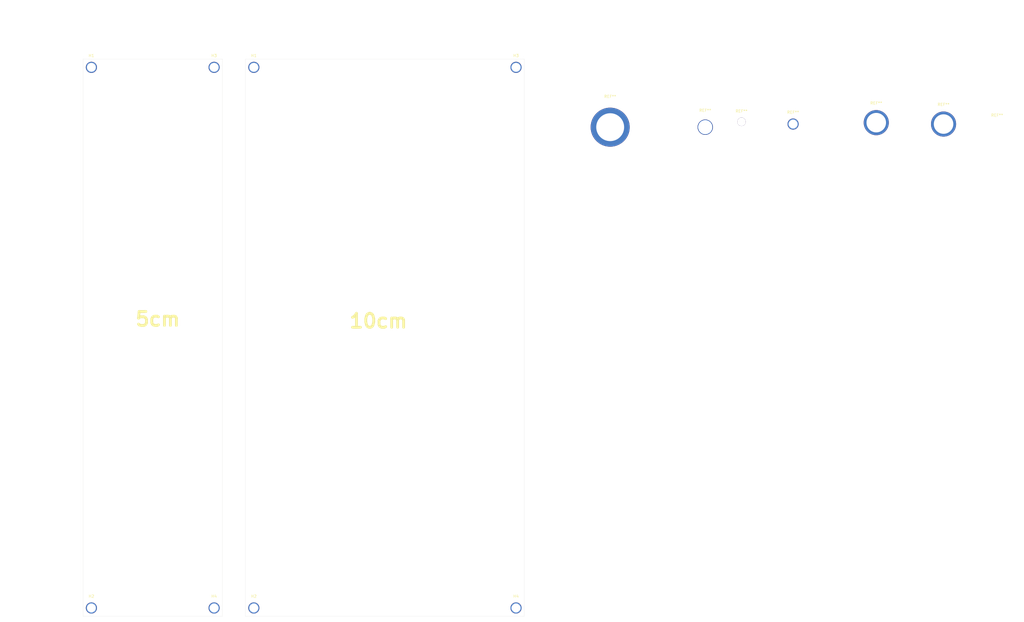
<source format=kicad_pcb>
(kicad_pcb (version 20171130) (host pcbnew "(5.1.5)-3")

  (general
    (thickness 1.6)
    (drawings 13)
    (tracks 0)
    (zones 0)
    (modules 15)
    (nets 2)
  )

  (page A3)
  (title_block
    (title "Kosmo Faceplate Template")
    (rev 1)
    (company CTORP)
  )

  (layers
    (0 F.Cu signal)
    (31 B.Cu signal)
    (32 B.Adhes user)
    (33 F.Adhes user)
    (34 B.Paste user)
    (35 F.Paste user)
    (36 B.SilkS user)
    (37 F.SilkS user)
    (38 B.Mask user)
    (39 F.Mask user)
    (40 Dwgs.User user)
    (41 Cmts.User user)
    (42 Eco1.User user)
    (43 Eco2.User user)
    (44 Edge.Cuts user)
    (45 Margin user)
    (46 B.CrtYd user)
    (47 F.CrtYd user)
    (48 B.Fab user)
    (49 F.Fab user)
  )

  (setup
    (last_trace_width 0.25)
    (trace_clearance 0.2)
    (zone_clearance 0.508)
    (zone_45_only no)
    (trace_min 0.2)
    (via_size 0.8)
    (via_drill 0.4)
    (via_min_size 0.4)
    (via_min_drill 0.3)
    (uvia_size 0.3)
    (uvia_drill 0.1)
    (uvias_allowed no)
    (uvia_min_size 0.2)
    (uvia_min_drill 0.1)
    (edge_width 0.05)
    (segment_width 0.2)
    (pcb_text_width 0.3)
    (pcb_text_size 1.5 1.5)
    (mod_edge_width 0.12)
    (mod_text_size 1 1)
    (mod_text_width 0.15)
    (pad_size 4 4)
    (pad_drill 3.2)
    (pad_to_mask_clearance 0.051)
    (solder_mask_min_width 0.25)
    (aux_axis_origin 0 0)
    (visible_elements FFFFFF7F)
    (pcbplotparams
      (layerselection 0x010fc_ffffffff)
      (usegerberextensions false)
      (usegerberattributes false)
      (usegerberadvancedattributes false)
      (creategerberjobfile false)
      (excludeedgelayer true)
      (linewidth 0.100000)
      (plotframeref false)
      (viasonmask false)
      (mode 1)
      (useauxorigin false)
      (hpglpennumber 1)
      (hpglpenspeed 20)
      (hpglpendiameter 15.000000)
      (psnegative false)
      (psa4output false)
      (plotreference true)
      (plotvalue true)
      (plotinvisibletext false)
      (padsonsilk false)
      (subtractmaskfromsilk false)
      (outputformat 1)
      (mirror false)
      (drillshape 1)
      (scaleselection 1)
      (outputdirectory ""))
  )

  (net 0 "")
  (net 1 GND)

  (net_class Default "This is the default net class."
    (clearance 0.2)
    (trace_width 0.25)
    (via_dia 0.8)
    (via_drill 0.4)
    (uvia_dia 0.3)
    (uvia_drill 0.1)
    (add_net GND)
  )

  (module kosmo:Kosmo_Trimmer_Pot_Hole (layer F.Cu) (tedit 5EC12334) (tstamp 5ED6EDC6)
    (at 377.7488 73.7108)
    (descr "Mounting Hole 2.5mm, no annular")
    (tags "mounting hole 2.5mm no annular")
    (attr virtual)
    (fp_text reference REF** (at 0 -3.5) (layer F.SilkS)
      (effects (font (size 1 1) (thickness 0.15)))
    )
    (fp_text value Kosmo_Trimmer_Pot_Hole (at 0 3.5) (layer F.Fab)
      (effects (font (size 1 1) (thickness 0.15)))
    )
    (fp_circle (center 0 0) (end 2.25 0) (layer F.CrtYd) (width 0.05))
    (fp_circle (center 0 0) (end 2 0) (layer Cmts.User) (width 0.15))
    (fp_text user %R (at 0.3 0) (layer F.Fab)
      (effects (font (size 1 1) (thickness 0.15)))
    )
    (pad "" np_thru_hole circle (at 0 0) (size 2.5 2.5) (drill 2.5) (layers *.Cu *.Mask))
  )

  (module kosmo:Kosmo_Switch_Hole (layer F.Cu) (tedit 5EC0A7AC) (tstamp 5ED6ED7F)
    (at 358.5464 73.3552)
    (descr "Mounting Hole 6mm")
    (tags "mounting hole 6mm")
    (attr virtual)
    (fp_text reference REF** (at 0 -7) (layer F.SilkS)
      (effects (font (size 1 1) (thickness 0.15)))
    )
    (fp_text value Kosmo_Switch_Hole (at 0 7) (layer F.Fab)
      (effects (font (size 1 1) (thickness 0.15)))
    )
    (fp_circle (center 0 0) (end 6.25 0) (layer F.CrtYd) (width 0.05))
    (fp_circle (center 0 0) (end 6 0) (layer Cmts.User) (width 0.15))
    (fp_text user %R (at 0.3 0) (layer F.Fab)
      (effects (font (size 1 1) (thickness 0.15)))
    )
    (pad 1 thru_hole circle (at 0 0) (size 9 9) (drill 7) (layers *.Cu *.Mask))
  )

  (module kosmo:Kosmo_Pot_Hole (layer F.Cu) (tedit 5EC0A7AC) (tstamp 5ED6ED38)
    (at 334.4164 72.8472)
    (descr "Mounting Hole 6mm")
    (tags "mounting hole 6mm")
    (attr virtual)
    (fp_text reference REF** (at 0 -7) (layer F.SilkS)
      (effects (font (size 1 1) (thickness 0.15)))
    )
    (fp_text value Kosmo_Pot_Hole (at 0 7) (layer F.Fab)
      (effects (font (size 1 1) (thickness 0.15)))
    )
    (fp_circle (center 0 0) (end 6.25 0) (layer F.CrtYd) (width 0.05))
    (fp_circle (center 0 0) (end 6 0) (layer Cmts.User) (width 0.15))
    (fp_text user %R (at 0.3 0) (layer F.Fab)
      (effects (font (size 1 1) (thickness 0.15)))
    )
    (pad 1 thru_hole circle (at 0 0) (size 9 9) (drill 7) (layers *.Cu *.Mask))
  )

  (module kosmo:Kosmo_Panel_Mounting_Hole (layer F.Cu) (tedit 5EC1234B) (tstamp 5ED6ECF1)
    (at 304.5968 73.3552)
    (descr "Mounting Hole 3.2mm, M3")
    (tags "mounting hole 3.2mm m3")
    (attr virtual)
    (fp_text reference REF** (at 0 -4.2) (layer F.SilkS)
      (effects (font (size 1 1) (thickness 0.15)))
    )
    (fp_text value Kosmo_Panel_Mounting_Hole (at 0 4.2) (layer F.Fab)
      (effects (font (size 1 1) (thickness 0.15)))
    )
    (fp_circle (center 0 0) (end 3.25 0) (layer F.CrtYd) (width 0.05))
    (fp_circle (center 0 0) (end 3 0) (layer Cmts.User) (width 0.15))
    (fp_text user %R (at 0.3 0) (layer F.Fab)
      (effects (font (size 1 1) (thickness 0.15)))
    )
    (pad 1 thru_hole circle (at 0 0) (size 4 4) (drill 3.2) (layers *.Cu *.Mask))
  )

  (module kosmo:Kosmo_LED_Hole_3mm (layer F.Cu) (tedit 5ED172DA) (tstamp 5ED6ECAA)
    (at 286.1056 72.5424)
    (descr "Mounting Hole 6mm")
    (tags "mounting hole 6mm")
    (attr virtual)
    (fp_text reference REF** (at 0 -3.81) (layer F.SilkS)
      (effects (font (size 1 1) (thickness 0.15)))
    )
    (fp_text value Kosmo_LED_Hole_3mm (at 0 6) (layer F.Fab)
      (effects (font (size 1 1) (thickness 0.15)))
    )
    (fp_circle (center 0 0) (end 2.4 0) (layer F.CrtYd) (width 0.05))
    (fp_circle (center 0 0) (end 2 0) (layer Cmts.User) (width 0.15))
    (fp_text user %R (at 0.3 0) (layer F.Fab)
      (effects (font (size 1 1) (thickness 0.15)))
    )
    (pad 1 thru_hole circle (at 0 0) (size 3 3) (drill 3) (layers *.Cu *.Mask))
  )

  (module kosmo:Kosmo_LED_Hole (layer F.Cu) (tedit 5EC1235A) (tstamp 5ED6EC62)
    (at 273.1008 74.4728)
    (descr "Mounting Hole 6mm")
    (tags "mounting hole 6mm")
    (attr virtual)
    (fp_text reference REF** (at 0 -6) (layer F.SilkS)
      (effects (font (size 1 1) (thickness 0.15)))
    )
    (fp_text value Kosmo_LED_Hole (at 0 6) (layer F.Fab)
      (effects (font (size 1 1) (thickness 0.15)))
    )
    (fp_circle (center 0 0) (end 4.25 0) (layer F.CrtYd) (width 0.05))
    (fp_circle (center 0 0) (end 4 0) (layer Cmts.User) (width 0.15))
    (fp_text user %R (at 0.3 0) (layer F.Fab)
      (effects (font (size 1 1) (thickness 0.15)))
    )
    (pad 1 thru_hole circle (at 0 0) (size 5.5 5.5) (drill 5) (layers *.Cu *.Mask))
  )

  (module kosmo:Kosmo_Jack_Hole (layer F.Cu) (tedit 5EC122B4) (tstamp 5ED6EC1B)
    (at 239.014 74.4728)
    (descr "Mounting Hole 6mm")
    (tags "mounting hole 6mm")
    (attr virtual)
    (fp_text reference REF** (at 0 -11) (layer F.SilkS)
      (effects (font (size 1 1) (thickness 0.15)))
    )
    (fp_text value Kosmo_Jack_Hole (at 0 11) (layer F.Fab)
      (effects (font (size 1 1) (thickness 0.15)))
    )
    (fp_circle (center 0 0) (end 10 0) (layer F.CrtYd) (width 0.05))
    (fp_circle (center 0 0) (end 9.5 0) (layer Cmts.User) (width 0.15))
    (fp_text user %R (at 0.3 0) (layer F.Fab)
      (effects (font (size 1 1) (thickness 0.15)))
    )
    (pad 1 thru_hole circle (at 0 0) (size 14 14) (drill 10) (layers *.Cu *.Mask))
  )

  (module kosmo:Kosmo_Panel_Mounting_Hole (layer F.Cu) (tedit 5EC1234B) (tstamp 5ED6E7EA)
    (at 111.2424 247)
    (descr "Mounting Hole 3.2mm, M3")
    (tags "mounting hole 3.2mm m3")
    (path /5EF1554D)
    (attr virtual)
    (fp_text reference H2 (at 0 -4.2) (layer F.SilkS)
      (effects (font (size 1 1) (thickness 0.15)))
    )
    (fp_text value MountingHole_Pad (at 0 4.2) (layer F.Fab)
      (effects (font (size 1 1) (thickness 0.15)))
    )
    (fp_text user %R (at 0.3 0) (layer F.Fab)
      (effects (font (size 1 1) (thickness 0.15)))
    )
    (fp_circle (center 0 0) (end 3 0) (layer Cmts.User) (width 0.15))
    (fp_circle (center 0 0) (end 3.25 0) (layer F.CrtYd) (width 0.05))
    (pad 1 thru_hole circle (at 0 0) (size 4 4) (drill 3.2) (layers *.Cu *.Mask)
      (net 1 GND))
  )

  (module kosmo:Kosmo_Panel_Mounting_Hole (layer F.Cu) (tedit 5EC1234B) (tstamp 5ED6E7E3)
    (at 205.2548 53)
    (descr "Mounting Hole 3.2mm, M3")
    (tags "mounting hole 3.2mm m3")
    (path /5EF16653)
    (attr virtual)
    (fp_text reference H3 (at 0 -4.2) (layer F.SilkS)
      (effects (font (size 1 1) (thickness 0.15)))
    )
    (fp_text value MountingHole_Pad (at 0 4.2) (layer F.Fab)
      (effects (font (size 1 1) (thickness 0.15)))
    )
    (fp_text user %R (at 0.3 0) (layer F.Fab)
      (effects (font (size 1 1) (thickness 0.15)))
    )
    (fp_circle (center 0 0) (end 3 0) (layer Cmts.User) (width 0.15))
    (fp_circle (center 0 0) (end 3.25 0) (layer F.CrtYd) (width 0.05))
    (pad 1 thru_hole circle (at 0 0) (size 4 4) (drill 3.2) (layers *.Cu *.Mask)
      (net 1 GND))
  )

  (module kosmo:Kosmo_Panel_Mounting_Hole (layer F.Cu) (tedit 5ED6E717) (tstamp 5ED6E7DC)
    (at 111.2424 53)
    (descr "Mounting Hole 3.2mm, M3")
    (tags "mounting hole 3.2mm m3")
    (path /5EF150B9)
    (attr virtual)
    (fp_text reference H1 (at 0 -4.2) (layer F.SilkS)
      (effects (font (size 1 1) (thickness 0.15)))
    )
    (fp_text value MountingHole_Pad (at 0 4.2) (layer F.Fab)
      (effects (font (size 1 1) (thickness 0.15)))
    )
    (fp_text user %R (at 0.3 0) (layer F.Fab)
      (effects (font (size 1 1) (thickness 0.15)))
    )
    (fp_circle (center 0 0) (end 3 0) (layer Cmts.User) (width 0.15))
    (fp_circle (center 0 0) (end 3.25 0) (layer F.CrtYd) (width 0.05))
    (pad 1 thru_hole circle (at 0 0) (size 4 4) (drill 3.2) (layers *.Cu *.Mask)
      (net 1 GND))
  )

  (module kosmo:Kosmo_Panel_Mounting_Hole (layer F.Cu) (tedit 5EC1234B) (tstamp 5ED6E7D5)
    (at 205.2548 247)
    (descr "Mounting Hole 3.2mm, M3")
    (tags "mounting hole 3.2mm m3")
    (path /5EF16659)
    (attr virtual)
    (fp_text reference H4 (at 0 -4.2) (layer F.SilkS)
      (effects (font (size 1 1) (thickness 0.15)))
    )
    (fp_text value MountingHole_Pad (at 0 4.2) (layer F.Fab)
      (effects (font (size 1 1) (thickness 0.15)))
    )
    (fp_text user %R (at 0.3 0) (layer F.Fab)
      (effects (font (size 1 1) (thickness 0.15)))
    )
    (fp_circle (center 0 0) (end 3 0) (layer Cmts.User) (width 0.15))
    (fp_circle (center 0 0) (end 3.25 0) (layer F.CrtYd) (width 0.05))
    (pad 1 thru_hole circle (at 0 0) (size 4 4) (drill 3.2) (layers *.Cu *.Mask)
      (net 1 GND))
  )

  (module kosmo:Kosmo_Panel_Mounting_Hole (layer F.Cu) (tedit 5EC1234B) (tstamp 5ED6E667)
    (at 97 247)
    (descr "Mounting Hole 3.2mm, M3")
    (tags "mounting hole 3.2mm m3")
    (path /5EF16659)
    (attr virtual)
    (fp_text reference H4 (at 0 -4.2) (layer F.SilkS)
      (effects (font (size 1 1) (thickness 0.15)))
    )
    (fp_text value MountingHole_Pad (at 0 4.2) (layer F.Fab)
      (effects (font (size 1 1) (thickness 0.15)))
    )
    (fp_circle (center 0 0) (end 3.25 0) (layer F.CrtYd) (width 0.05))
    (fp_circle (center 0 0) (end 3 0) (layer Cmts.User) (width 0.15))
    (fp_text user %R (at 0.3 0) (layer F.Fab)
      (effects (font (size 1 1) (thickness 0.15)))
    )
    (pad 1 thru_hole circle (at 0 0) (size 4 4) (drill 3.2) (layers *.Cu *.Mask)
      (net 1 GND))
  )

  (module kosmo:Kosmo_Panel_Mounting_Hole (layer F.Cu) (tedit 5EC1234B) (tstamp 5ED6E65F)
    (at 97 53)
    (descr "Mounting Hole 3.2mm, M3")
    (tags "mounting hole 3.2mm m3")
    (path /5EF16653)
    (attr virtual)
    (fp_text reference H3 (at 0 -4.2) (layer F.SilkS)
      (effects (font (size 1 1) (thickness 0.15)))
    )
    (fp_text value MountingHole_Pad (at 0 4.2) (layer F.Fab)
      (effects (font (size 1 1) (thickness 0.15)))
    )
    (fp_circle (center 0 0) (end 3.25 0) (layer F.CrtYd) (width 0.05))
    (fp_circle (center 0 0) (end 3 0) (layer Cmts.User) (width 0.15))
    (fp_text user %R (at 0.3 0) (layer F.Fab)
      (effects (font (size 1 1) (thickness 0.15)))
    )
    (pad 1 thru_hole circle (at 0 0) (size 4 4) (drill 3.2) (layers *.Cu *.Mask)
      (net 1 GND))
  )

  (module kosmo:Kosmo_Panel_Mounting_Hole (layer F.Cu) (tedit 5EC1234B) (tstamp 5ED6E657)
    (at 53 247)
    (descr "Mounting Hole 3.2mm, M3")
    (tags "mounting hole 3.2mm m3")
    (path /5EF1554D)
    (attr virtual)
    (fp_text reference H2 (at 0 -4.2) (layer F.SilkS)
      (effects (font (size 1 1) (thickness 0.15)))
    )
    (fp_text value MountingHole_Pad (at 0 4.2) (layer F.Fab)
      (effects (font (size 1 1) (thickness 0.15)))
    )
    (fp_circle (center 0 0) (end 3.25 0) (layer F.CrtYd) (width 0.05))
    (fp_circle (center 0 0) (end 3 0) (layer Cmts.User) (width 0.15))
    (fp_text user %R (at 0.3 0) (layer F.Fab)
      (effects (font (size 1 1) (thickness 0.15)))
    )
    (pad 1 thru_hole circle (at 0 0) (size 4 4) (drill 3.2) (layers *.Cu *.Mask)
      (net 1 GND))
  )

  (module kosmo:Kosmo_Panel_Mounting_Hole (layer F.Cu) (tedit 5ED6E717) (tstamp 5ED6E64F)
    (at 53 53)
    (descr "Mounting Hole 3.2mm, M3")
    (tags "mounting hole 3.2mm m3")
    (path /5EF150B9)
    (attr virtual)
    (fp_text reference H1 (at 0 -4.2) (layer F.SilkS)
      (effects (font (size 1 1) (thickness 0.15)))
    )
    (fp_text value MountingHole_Pad (at 0 4.2) (layer F.Fab)
      (effects (font (size 1 1) (thickness 0.15)))
    )
    (fp_circle (center 0 0) (end 3.25 0) (layer F.CrtYd) (width 0.05))
    (fp_circle (center 0 0) (end 3 0) (layer Cmts.User) (width 0.15))
    (fp_text user %R (at 0.3 0) (layer F.Fab)
      (effects (font (size 1 1) (thickness 0.15)))
    )
    (pad 1 thru_hole circle (at 0 0) (size 4 4) (drill 3.2) (layers *.Cu *.Mask)
      (net 1 GND))
  )

  (gr_text 10cm (at 155.9052 144.018) (layer F.SilkS) (tstamp 5ED6EA52)
    (effects (font (size 5 5) (thickness 1)))
  )
  (gr_text 5cm (at 76.8096 143.3576) (layer F.SilkS)
    (effects (font (size 5 5) (thickness 1)))
  )
  (dimension 100.0124 (width 0.15) (layer Dwgs.User)
    (gr_text "100.012 mm" (at 158.2486 29.5356) (layer Dwgs.User)
      (effects (font (size 1 1) (thickness 0.15)))
    )
    (feature1 (pts (xy 208.2548 50) (xy 208.2548 30.249179)))
    (feature2 (pts (xy 108.2424 50) (xy 108.2424 30.249179)))
    (crossbar (pts (xy 108.2424 30.8356) (xy 208.2548 30.8356)))
    (arrow1a (pts (xy 208.2548 30.8356) (xy 207.128296 31.422021)))
    (arrow1b (pts (xy 208.2548 30.8356) (xy 207.128296 30.249179)))
    (arrow2a (pts (xy 108.2424 30.8356) (xy 109.368904 31.422021)))
    (arrow2b (pts (xy 108.2424 30.8356) (xy 109.368904 30.249179)))
  )
  (dimension 200 (width 0.15) (layer Dwgs.User)
    (gr_text "200.000 mm" (at 23.8968 150 270) (layer Dwgs.User)
      (effects (font (size 1 1) (thickness 0.15)))
    )
    (feature1 (pts (xy 50 250) (xy 24.610379 250)))
    (feature2 (pts (xy 50 50) (xy 24.610379 50)))
    (crossbar (pts (xy 25.1968 50) (xy 25.1968 250)))
    (arrow1a (pts (xy 25.1968 250) (xy 24.610379 248.873496)))
    (arrow1b (pts (xy 25.1968 250) (xy 25.783221 248.873496)))
    (arrow2a (pts (xy 25.1968 50) (xy 24.610379 51.126504)))
    (arrow2b (pts (xy 25.1968 50) (xy 25.783221 51.126504)))
  )
  (dimension 50 (width 0.15) (layer Dwgs.User)
    (gr_text "50.000 mm" (at 75 29.5356) (layer Dwgs.User)
      (effects (font (size 1 1) (thickness 0.15)))
    )
    (feature1 (pts (xy 100 50) (xy 100 30.249179)))
    (feature2 (pts (xy 50 50) (xy 50 30.249179)))
    (crossbar (pts (xy 50 30.8356) (xy 100 30.8356)))
    (arrow1a (pts (xy 100 30.8356) (xy 98.873496 31.422021)))
    (arrow1b (pts (xy 100 30.8356) (xy 98.873496 30.249179)))
    (arrow2a (pts (xy 50 30.8356) (xy 51.126504 31.422021)))
    (arrow2b (pts (xy 50 30.8356) (xy 51.126504 30.249179)))
  )
  (gr_line (start 108.2548 50) (end 208.2548 50) (layer Edge.Cuts) (width 0.05) (tstamp 5ED6E8A9))
  (gr_line (start 108.2424 50) (end 108.2424 250) (layer Edge.Cuts) (width 0.05) (tstamp 5ED6E7D4))
  (gr_line (start 108.2424 250) (end 208.2424 250) (layer Edge.Cuts) (width 0.05) (tstamp 5ED6E7D3))
  (gr_line (start 208.2548 250) (end 208.2548 50) (layer Edge.Cuts) (width 0.05) (tstamp 5ED6E7D1))
  (gr_line (start 50 250) (end 100 250) (layer Edge.Cuts) (width 0.05) (tstamp 5ED6E6C0))
  (gr_line (start 50 50) (end 100 50) (layer Edge.Cuts) (width 0.05) (tstamp 5ED6E6B5))
  (gr_line (start 100 250) (end 100 50) (layer Edge.Cuts) (width 0.05))
  (gr_line (start 50 50) (end 50 250) (layer Edge.Cuts) (width 0.05))

)

</source>
